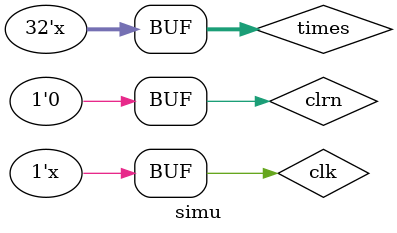
<source format=v>
`timescale 1 ns / 1 ns
`include "sc_interrupt.v"

module simu();
// testbench 时钟信号
    // reg [31:0] pc;
    // wire [31:0] inst;

    initial begin
        $dumpfile("test.vcd");
        $dumpvars(0, simu);
        // pc = 32'h00;
        intr = 0;
        #20 clrn = 1;
        // intr = 0;
    end
    
    reg clrn = 0;
    reg clk = 1;
    reg [31:0] times = 0;
    always #10 clk <= ~clk;
    // always #10 clrn <= ~clrn;
    // 输出信号
    // wire out;
    // 调用test模块
    
    // 触发时间950ns - 970ns
    always begin
        #10 times = times + 10;
        if (times >= 950 && times <= 970)
            intr = 1;
        else
            intr = 0;
    end

    wire [31:0] pc;
    wire [31:0] inst;
    wire [31:0] mem;
    wire wmem;
    wire [31:0] aluout;
    wire [31:0] data;
    reg intr;
    wire inta;
    // module sc_interrupt (clk, clrn, inst, pc, aluout, memout, intr, inta);
    sc_interrupt mytest(clk, clrn, inst, pc, aluout, mem, intr, inta);

    
/*
    always @ (posedge clk) begin
      pc = pc + 4;
    end

    scinstmem test(pc, inst);
*/
endmodule

</source>
